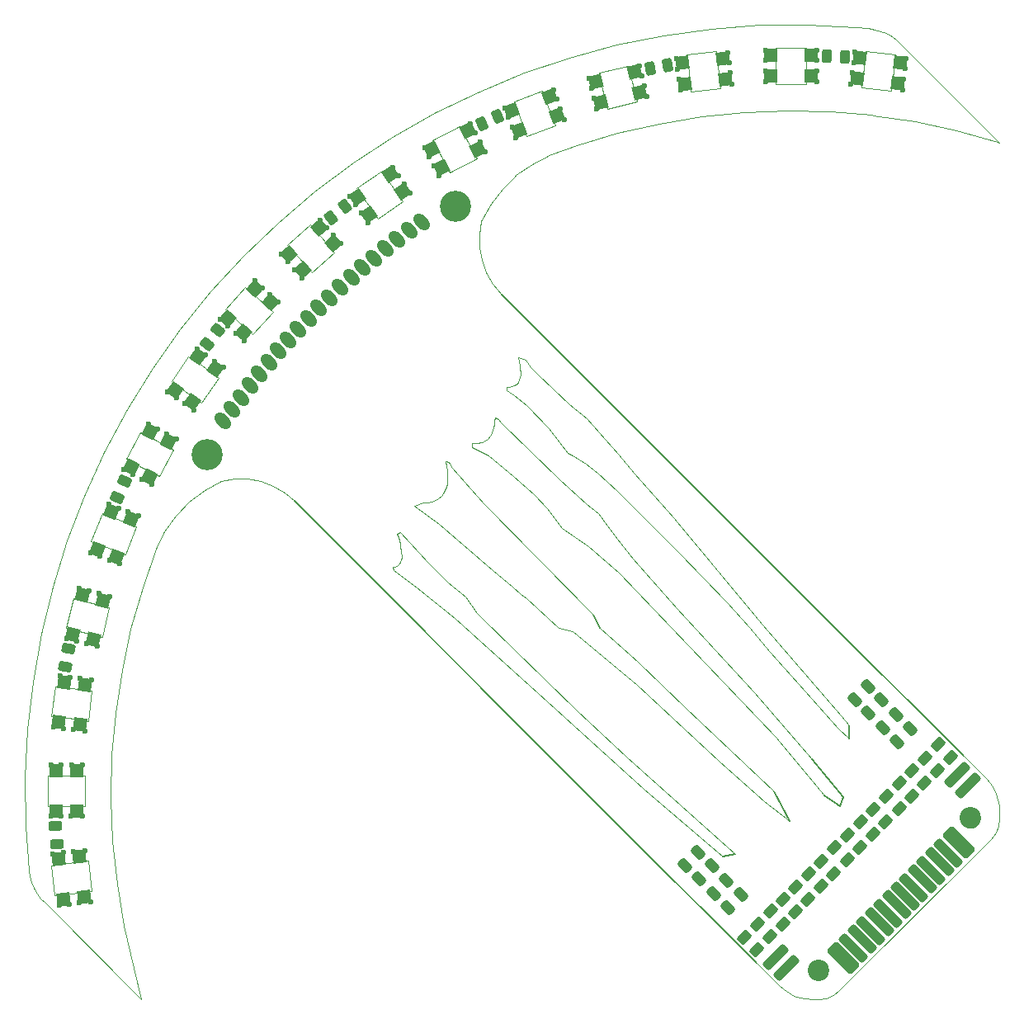
<source format=gts>
G04 #@! TF.GenerationSoftware,KiCad,Pcbnew,7.0.1*
G04 #@! TF.CreationDate,2023-04-30T23:13:50+02:00*
G04 #@! TF.ProjectId,Solo_morro2,536f6c6f-5f6d-46f7-9272-6f322e6b6963,rev?*
G04 #@! TF.SameCoordinates,PX4afdbbcPY7f05f82*
G04 #@! TF.FileFunction,Soldermask,Top*
G04 #@! TF.FilePolarity,Negative*
%FSLAX46Y46*%
G04 Gerber Fmt 4.6, Leading zero omitted, Abs format (unit mm)*
G04 Created by KiCad (PCBNEW 7.0.1) date 2023-04-30 23:13:50*
%MOMM*%
%LPD*%
G01*
G04 APERTURE LIST*
G04 Aperture macros list*
%AMRoundRect*
0 Rectangle with rounded corners*
0 $1 Rounding radius*
0 $2 $3 $4 $5 $6 $7 $8 $9 X,Y pos of 4 corners*
0 Add a 4 corners polygon primitive as box body*
4,1,4,$2,$3,$4,$5,$6,$7,$8,$9,$2,$3,0*
0 Add four circle primitives for the rounded corners*
1,1,$1+$1,$2,$3*
1,1,$1+$1,$4,$5*
1,1,$1+$1,$6,$7*
1,1,$1+$1,$8,$9*
0 Add four rect primitives between the rounded corners*
20,1,$1+$1,$2,$3,$4,$5,0*
20,1,$1+$1,$4,$5,$6,$7,0*
20,1,$1+$1,$6,$7,$8,$9,0*
20,1,$1+$1,$8,$9,$2,$3,0*%
%AMHorizOval*
0 Thick line with rounded ends*
0 $1 width*
0 $2 $3 position (X,Y) of the first rounded end (center of the circle)*
0 $4 $5 position (X,Y) of the second rounded end (center of the circle)*
0 Add line between two ends*
20,1,$1,$2,$3,$4,$5,0*
0 Add two circle primitives to create the rounded ends*
1,1,$1,$2,$3*
1,1,$1,$4,$5*%
%AMRotRect*
0 Rectangle, with rotation*
0 The origin of the aperture is its center*
0 $1 length*
0 $2 width*
0 $3 Rotation angle, in degrees counterclockwise*
0 Add horizontal line*
21,1,$1,$2,0,0,$3*%
G04 Aperture macros list end*
%ADD10RotRect,1.344920X1.350000X262.700000*%
%ADD11C,0.600000*%
%ADD12RotRect,1.355080X1.350000X262.700000*%
%ADD13RotRect,1.344920X1.350000X255.800000*%
%ADD14RotRect,1.355080X1.350000X255.800000*%
%ADD15RotRect,1.344920X1.350000X248.900000*%
%ADD16RotRect,1.355080X1.350000X248.900000*%
%ADD17RotRect,1.344920X1.350000X242.000000*%
%ADD18RotRect,1.355080X1.350000X242.000000*%
%ADD19RotRect,1.344920X1.350000X235.100000*%
%ADD20RotRect,1.355080X1.350000X235.100000*%
%ADD21RotRect,1.344920X1.350000X228.200000*%
%ADD22RotRect,1.355080X1.350000X228.200000*%
%ADD23RotRect,1.344920X1.350000X221.300000*%
%ADD24RotRect,1.355080X1.350000X221.300000*%
%ADD25RotRect,1.344920X1.350000X214.400000*%
%ADD26RotRect,1.355080X1.350000X214.400000*%
%ADD27RotRect,1.344920X1.350000X207.500000*%
%ADD28RotRect,1.355080X1.350000X207.500000*%
%ADD29RotRect,1.344920X1.350000X200.600000*%
%ADD30RotRect,1.355080X1.350000X200.600000*%
%ADD31RotRect,1.344920X1.350000X193.700000*%
%ADD32RotRect,1.355080X1.350000X193.700000*%
%ADD33RotRect,1.344920X1.350000X186.800000*%
%ADD34RotRect,1.355080X1.350000X186.800000*%
%ADD35RotRect,1.344920X1.350000X276.500000*%
%ADD36RotRect,1.355080X1.350000X276.500000*%
%ADD37RotRect,1.344920X1.350000X269.600000*%
%ADD38RotRect,1.355080X1.350000X269.600000*%
%ADD39RotRect,1.344920X1.350000X179.900000*%
%ADD40RotRect,1.355080X1.350000X179.900000*%
%ADD41RotRect,1.344920X1.350000X173.000000*%
%ADD42RotRect,1.355080X1.350000X173.000000*%
%ADD43RoundRect,0.250000X0.159099X-0.512652X0.512652X-0.159099X-0.159099X0.512652X-0.512652X0.159099X0*%
%ADD44RoundRect,0.250000X-0.159099X0.512652X-0.512652X0.159099X0.159099X-0.512652X0.512652X-0.159099X0*%
%ADD45RoundRect,0.250000X-0.503814X-0.132583X-0.132583X-0.503814X0.503814X0.132583X0.132583X0.503814X0*%
%ADD46RoundRect,0.250000X0.397581X-0.336654X0.488746X0.180370X-0.397581X0.336654X-0.488746X-0.180370X0*%
%ADD47RoundRect,0.250000X0.311660X-0.417462X0.516794X0.065804X-0.311660X0.417462X-0.516794X-0.065804X0*%
%ADD48RoundRect,0.250000X0.192994X-0.483900X0.516216X-0.070195X-0.192994X0.483900X-0.516216X0.070195X0*%
%ADD49RoundRect,0.250000X0.070195X-0.516216X0.483900X-0.192994X-0.070195X0.516216X-0.483900X0.192994X0*%
%ADD50RoundRect,0.250000X-0.047728X-0.518776X0.428084X-0.296901X0.047728X0.518776X-0.428084X0.296901X0*%
%ADD51RoundRect,0.250000X-0.180370X-0.488746X0.336654X-0.397581X0.180370X0.488746X-0.336654X0.397581X0*%
%ADD52RoundRect,0.250000X0.471166X-0.222281X0.425409X0.300721X-0.471166X0.222281X-0.425409X-0.300721X0*%
%ADD53RoundRect,0.250000X-0.300721X-0.425409X0.222281X-0.471166X0.300721X0.425409X-0.222281X0.471166X0*%
%ADD54HorizOval,1.200000X0.282843X-0.282843X-0.282843X0.282843X0*%
%ADD55C,3.200000*%
%ADD56C,2.200000*%
%ADD57RoundRect,0.150000X1.202082X0.707107X0.707107X1.202082X-1.202082X-0.707107X-0.707107X-1.202082X0*%
%ADD58RoundRect,0.300000X-0.707107X1.343503X-1.343503X0.707107X0.707107X-1.343503X1.343503X-0.707107X0*%
%ADD59RoundRect,0.150000X0.883883X-1.378858X1.378858X-0.883883X-0.883883X1.378858X-1.378858X0.883883X0*%
G04 #@! TA.AperFunction,Profile*
%ADD60C,0.100000*%
G04 #@! TD*
G04 #@! TA.AperFunction,Profile*
%ADD61C,0.200000*%
G04 #@! TD*
G04 APERTURE END LIST*
D10*
X3536507Y28908083D03*
D11*
X4003129Y28277218D03*
X2961640Y28410636D03*
X4676571Y33534259D03*
X3635082Y33667677D03*
D12*
X4063825Y33024445D03*
D11*
X6858739Y33254717D03*
X5718060Y33400841D03*
D12*
X6196398Y32751256D03*
D10*
X5669080Y28634894D03*
D11*
X6185297Y27997676D03*
X5044618Y28143800D03*
D13*
X4950797Y37901897D03*
D11*
X5338249Y37219543D03*
X4320331Y37477116D03*
X6638378Y42357603D03*
X5620460Y42615176D03*
D14*
X5968822Y41925095D03*
D11*
X8771158Y41817927D03*
X7656295Y42100031D03*
D14*
X8053130Y41397684D03*
D13*
X7035104Y37374486D03*
D11*
X7471028Y36679867D03*
X6356166Y36961970D03*
D15*
X7444901Y46656406D03*
D11*
X7747571Y45932447D03*
X6767970Y46310444D03*
X9655554Y50877101D03*
X8675953Y51255097D03*
D16*
X8938888Y50528163D03*
D11*
X11708052Y50085108D03*
X10635155Y50499104D03*
D16*
X10944738Y49754170D03*
D15*
X9450751Y45882413D03*
D11*
X9800069Y45140454D03*
X8727172Y45554450D03*
D17*
X10947219Y55064899D03*
D11*
X11160723Y54309821D03*
X10233628Y54802766D03*
X13648922Y58989443D03*
X12721827Y59482389D03*
D18*
X12895526Y58729131D03*
D11*
X15591407Y57956606D03*
X14576017Y58496498D03*
D18*
X14793863Y57719767D03*
D17*
X12845556Y54055535D03*
D11*
X13103207Y53276984D03*
X12087818Y53816876D03*
D19*
X15451153Y62989198D03*
D11*
X15572398Y62213940D03*
X14711238Y62814693D03*
X18604771Y66560745D03*
X17743612Y67161498D03*
D20*
X17825559Y66392828D03*
D11*
X20409105Y65302024D03*
X19465931Y65959991D03*
D20*
X19588885Y65162715D03*
D19*
X17214480Y61759084D03*
D11*
X17376732Y60955219D03*
X16433557Y61613187D03*
D21*
X20865501Y70318951D03*
D11*
X20892730Y69534742D03*
X20109980Y70234601D03*
X24425352Y73485764D03*
X23642602Y74185624D03*
D22*
X23631610Y73412677D03*
D11*
X26065399Y72019393D03*
X25208102Y72785905D03*
D22*
X25234384Y71979632D03*
D21*
X22468274Y68885906D03*
D11*
X22532777Y68068370D03*
X21675480Y68834883D03*
D23*
X27129020Y76930805D03*
D11*
X27061839Y76149004D03*
X26368838Y76937832D03*
X31043539Y79647013D03*
X30350538Y80435841D03*
D24*
X30246766Y79669812D03*
D11*
X32495543Y77994232D03*
X31736541Y78858186D03*
D24*
X31665769Y78054594D03*
D23*
X28548023Y75315588D03*
D11*
X28513843Y74496223D03*
X27754841Y75360177D03*
D25*
X34145136Y82758183D03*
D11*
X33984519Y81990116D03*
X33391304Y82856485D03*
X38357620Y84984441D03*
X37764405Y85850810D03*
D26*
X37569357Y85102796D03*
D11*
X39600548Y83169191D03*
X38950836Y84118071D03*
D26*
X38784036Y83328802D03*
D25*
X35359815Y80984189D03*
D11*
X35227446Y80174866D03*
X34577734Y81123746D03*
D27*
X41808960Y87698873D03*
D11*
X41557233Y86955664D03*
X41072397Y87887025D03*
X46258391Y89402931D03*
X45773555Y90334293D03*
D28*
X45490055Y89615129D03*
D11*
X47274238Y87451507D03*
X46743227Y88471570D03*
D28*
X46482814Y87708056D03*
D27*
X42801719Y85791799D03*
D11*
X42573080Y85004240D03*
X42042069Y86024302D03*
D29*
X50012175Y91673230D03*
D11*
X49672985Y90965645D03*
X49303551Y91948508D03*
X54634101Y92830406D03*
X54264667Y93813269D03*
D30*
X53896822Y93133373D03*
D11*
X55408152Y90771075D03*
X55003534Y91847544D03*
D30*
X54653282Y91120845D03*
D29*
X50768635Y89660702D03*
D11*
X50447037Y88906314D03*
X50042419Y89982783D03*
D31*
X58605306Y94621737D03*
D11*
X58183565Y93960027D03*
X57934885Y94980153D03*
X63332775Y95215269D03*
X63084095Y96235395D03*
D32*
X62637235Y95604616D03*
D11*
X63853819Y93077861D03*
X63581456Y94195142D03*
D32*
X63146437Y93515785D03*
D31*
X59114508Y92532907D03*
D11*
X58704609Y91822619D03*
X58432245Y92939900D03*
D33*
X67540774Y96541312D03*
D11*
X67042592Y95935061D03*
X66918268Y96977674D03*
X72305309Y96562602D03*
X72180985Y97605215D03*
D34*
X71661581Y97032688D03*
D11*
X72565798Y94378077D03*
X72429633Y95519988D03*
D34*
X71916149Y94897813D03*
D33*
X67795343Y94406436D03*
D11*
X67303081Y93750536D03*
X67166916Y94892447D03*
D35*
X3991613Y10743244D03*
D11*
X4595248Y10241894D03*
X3551997Y10123031D03*
X3995271Y15507825D03*
X2952020Y15388962D03*
D36*
X3521820Y14866567D03*
D11*
X6181129Y15756872D03*
X5038521Y15626689D03*
D36*
X5657999Y15109954D03*
D35*
X6127793Y10986631D03*
D11*
X6781106Y10490941D03*
X5638498Y10360758D03*
D37*
X3218416Y19821334D03*
D11*
X3757448Y19251097D03*
X2707474Y19258427D03*
X3794449Y24550967D03*
X2744475Y24558298D03*
D38*
X3247388Y23971232D03*
D11*
X5994395Y24535609D03*
X4844423Y24543637D03*
D38*
X5397336Y23956223D03*
D37*
X5368364Y19806324D03*
D11*
X5957395Y19235738D03*
X4807423Y19243766D03*
D39*
X76609931Y97347531D03*
D11*
X76042525Y96805520D03*
X76044357Y97855519D03*
X81342516Y96796270D03*
X81344349Y97846268D03*
D40*
X80759925Y97340288D03*
D11*
X81338677Y94596273D03*
X81340684Y95746271D03*
D40*
X80756173Y95190291D03*
D39*
X76606179Y95197534D03*
D11*
X76038685Y94605523D03*
X76040692Y95755522D03*
D41*
X85713135Y97065953D03*
D11*
X85084723Y96596034D03*
X85212685Y97638208D03*
X90345217Y95950127D03*
X90473180Y96992300D03*
D42*
X89832202Y96560195D03*
D11*
X90077105Y93766525D03*
X90217254Y94907953D03*
D42*
X89570183Y94426221D03*
D41*
X85451116Y94931978D03*
D11*
X84816610Y94412433D03*
X84956760Y95553861D03*
D43*
X86604075Y29826169D03*
X87947577Y31169671D03*
D44*
X70545959Y14182422D03*
X69202457Y12838920D03*
D43*
X88076837Y28353407D03*
X89420339Y29696909D03*
D44*
X72033996Y12687882D03*
X70690494Y11344380D03*
D43*
X89495717Y26898606D03*
X90839219Y28242108D03*
D44*
X73524720Y11197158D03*
X72181218Y9853656D03*
D43*
X85192122Y31215209D03*
X86535624Y32558711D03*
D44*
X69127929Y15575281D03*
X67784427Y14231779D03*
D45*
X76588543Y9513042D03*
X77879013Y8222572D03*
X77827819Y10752318D03*
X79118289Y9461848D03*
X79103013Y11991593D03*
X80393483Y10701123D03*
X80456697Y13379502D03*
X81747167Y12089032D03*
X81731897Y14654699D03*
X83022367Y13364229D03*
X83130836Y16039780D03*
X84421306Y14749310D03*
X84406032Y17314976D03*
X85696502Y16024506D03*
X85781213Y18661589D03*
X87071683Y17371119D03*
X87074370Y19954747D03*
X88364840Y18664277D03*
X88448701Y21324271D03*
X89739171Y20033801D03*
X89741860Y22617428D03*
X91032330Y21326958D03*
X91035017Y23910584D03*
X92325487Y22620114D03*
D46*
X4196939Y34634167D03*
X4513847Y36431441D03*
D47*
X9530407Y51962088D03*
X10243491Y53642010D03*
D48*
X18737597Y67683178D03*
X19861179Y69121298D03*
D49*
X31466498Y80677689D03*
X32904618Y81801271D03*
D50*
X46902175Y90301070D03*
X48556187Y91072348D03*
D51*
X64196521Y95960815D03*
X65993795Y96277723D03*
D45*
X73866323Y6843714D03*
X75156793Y5553244D03*
X75218029Y8187782D03*
X76508499Y6897312D03*
X92399592Y25233583D03*
X93690062Y23943113D03*
X93724849Y26602116D03*
X95015319Y25311646D03*
D52*
X3361111Y16418463D03*
X3202051Y18236519D03*
D53*
X82336996Y97283500D03*
X84155052Y97124440D03*
D54*
X40715757Y80258073D03*
X39464178Y79360047D03*
X38247955Y78426666D03*
X37031731Y77493285D03*
X35850863Y76524549D03*
X34669994Y75555813D03*
X33524481Y74551721D03*
X32414324Y73512274D03*
X31304166Y72472827D03*
X30194008Y71433380D03*
X29119206Y70358578D03*
X28079759Y69248420D03*
X27040312Y68138263D03*
X26036221Y66992750D03*
X25067484Y65811881D03*
X24098748Y64631013D03*
X23130012Y63450145D03*
X22196631Y62233921D03*
X21263250Y61017697D03*
X20329869Y59801474D03*
D55*
X44200009Y81803326D03*
D56*
X81482216Y3473574D03*
X97073921Y19065277D03*
D55*
X18744166Y56347482D03*
D57*
X77078214Y4762628D03*
X78138875Y3701968D03*
D58*
X84047317Y4690644D03*
D59*
X85068521Y5752577D03*
X85952404Y6636461D03*
X86836288Y7520344D03*
X87720171Y8404228D03*
X88604055Y9288111D03*
X89487938Y10171995D03*
X90371822Y11055878D03*
X91255705Y11939762D03*
X92139589Y12823645D03*
X93023472Y13707529D03*
X93907356Y14591412D03*
X94791239Y15475296D03*
D58*
X95906912Y16561553D03*
D57*
X96786695Y22431812D03*
X95726034Y23492472D03*
D60*
X97758414Y18350914D02*
X97551308Y18191996D01*
X30422110Y78668178D02*
X29304462Y79936502D01*
D61*
X60749845Y18534947D02*
X75117576Y4196264D01*
X27720899Y51595295D02*
X60749845Y18534947D01*
D60*
X41417943Y45276012D02*
X43492351Y43254007D01*
X100050041Y19056481D02*
X100050379Y19714942D01*
X51252725Y95525482D02*
X46672117Y93648021D01*
X47829615Y82074179D02*
X46893318Y80329468D01*
X47411009Y57886587D02*
X47227367Y57761166D01*
X25509781Y53149430D02*
X24237279Y53619032D01*
X8706764Y40692669D02*
X6667008Y41204775D01*
X88939324Y93652634D02*
X89193491Y95740277D01*
X1728801Y37974337D02*
X859584Y33100804D01*
X45415761Y88576346D02*
X44633125Y90074765D01*
X46670922Y78991436D02*
X46893318Y80329468D01*
X47725352Y58212862D02*
X47577005Y58037152D01*
X97917334Y19558020D02*
X98017232Y19316838D01*
X48202366Y59468575D02*
X48142259Y59167143D01*
X51421012Y66111151D02*
X50652440Y66329393D01*
X42757123Y52121801D02*
X42491750Y51887012D01*
X66935797Y40582911D02*
X74903750Y31999782D01*
D61*
X82102097Y21421466D02*
X83707231Y20283024D01*
D60*
X83735515Y29630974D02*
X75686297Y38903495D01*
X75686297Y38903495D02*
X66580710Y49884402D01*
X48269632Y60146871D02*
X48244825Y59795153D01*
X98051306Y19058020D02*
X98017232Y18799202D01*
X81505286Y2489791D02*
X81763276Y2529664D01*
X53754719Y59056715D02*
X55776442Y56498706D01*
X46541Y23238267D02*
X105928Y18288183D01*
X46570549Y57535769D02*
X46316312Y57510923D01*
X50200031Y92592488D02*
X50804187Y90991480D01*
D61*
X71686414Y15149430D02*
X72932529Y15394757D01*
D60*
X9337441Y29886531D02*
X8961047Y25506710D01*
X36257770Y80582441D02*
X38810755Y82340932D01*
X96185282Y18558021D02*
X96085383Y18799202D01*
X89193491Y95740277D02*
X89397800Y97418384D01*
X39982318Y51116818D02*
X40897649Y51418061D01*
X59335720Y93858378D02*
X59831572Y91835123D01*
X56643520Y88072054D02*
X53835984Y87054811D01*
X86572773Y100098881D02*
X87207055Y99998518D01*
X11206997Y3729066D02*
X11958914Y494865D01*
X50928671Y42020314D02*
X51482877Y41651739D01*
X53673110Y86973965D02*
X52062388Y86174457D01*
X15613799Y50210515D02*
X16883925Y51521684D01*
X83605082Y1370142D02*
X99170643Y16936508D01*
X69989358Y16549499D02*
X63512261Y22107357D01*
X43143114Y52709052D02*
X42973530Y52396928D01*
X38664838Y46293440D02*
X38689605Y46028415D01*
X9486883Y12346663D02*
X10211530Y8010836D01*
X38591723Y46873897D02*
X38609389Y46576337D01*
X77120350Y98137987D02*
X80220352Y98139317D01*
X8445568Y46835469D02*
X10390370Y46089024D01*
X97551308Y18191996D02*
X97310127Y18092095D01*
X98017232Y18799202D02*
X97917333Y18558021D01*
X37909248Y89049883D02*
X33761576Y86347352D01*
X96792489Y18092095D02*
X96551308Y18191995D01*
X6524747Y14663975D02*
X4435705Y14421582D01*
X1304661Y11333690D02*
X1679885Y10815346D01*
X82002155Y2634951D02*
X82205645Y2798476D01*
X38810755Y82340932D02*
X37620098Y84074483D01*
X8860406Y21111898D02*
X9035914Y16719436D01*
X74361666Y38642347D02*
X76473107Y36096053D01*
X57852057Y46980927D02*
X55170747Y48835504D01*
X81719931Y4461028D02*
X81460413Y4489289D01*
X46907539Y39555137D02*
X56662034Y30069955D01*
X15506242Y50099483D02*
X15613799Y50210515D01*
X56222701Y38214011D02*
X62857496Y32730857D01*
X50804187Y90991480D02*
X51539653Y89042500D01*
X11958914Y494865D02*
X2111159Y10342617D01*
X62841484Y92577047D02*
X62340887Y94619660D01*
X47638401Y56272277D02*
X50145634Y54176095D01*
X43583519Y55554258D02*
X43199560Y55649190D01*
X54863850Y53822104D02*
X48883408Y59655276D01*
X85861547Y94023179D02*
X88939324Y93652634D01*
X50754875Y65909414D02*
X50828871Y65520765D01*
X80483099Y3467102D02*
X80522974Y3209113D01*
X44110413Y39630841D02*
X40283668Y42746848D01*
X7955913Y37684971D02*
X8706764Y40692669D01*
X52611281Y64617304D02*
X55918125Y61543884D01*
X77119227Y96426783D02*
X77117864Y94343652D01*
X82984228Y893083D02*
X83605082Y1370142D01*
X10529120Y61004821D02*
X8196439Y56638420D01*
X26980858Y77884463D02*
X29304462Y79936502D01*
X87011799Y91203964D02*
X82631980Y91580358D01*
X47969100Y58639715D02*
X47856051Y58413716D01*
X41886912Y88636600D02*
X42679137Y87119827D01*
X96085382Y19316840D02*
X96185283Y19558020D01*
X51472295Y61415346D02*
X50265833Y62430837D01*
X4482574Y29309927D02*
X6549325Y29049220D01*
X12100897Y42763900D02*
X10910473Y38532187D01*
X9533912Y49738239D02*
X7955672Y50343992D01*
X77411035Y1902691D02*
X75117576Y4196264D01*
D61*
X59015061Y38540520D02*
X58378665Y39912308D01*
D60*
X46672117Y93648021D02*
X42218431Y91486643D01*
X38579780Y45365426D02*
X38481778Y45196746D01*
X100046541Y88385362D02*
X99889171Y88440509D01*
X38545444Y47190768D02*
X38591723Y46873897D01*
X50297466Y84888687D02*
X49023056Y83654166D01*
X6142529Y52134165D02*
X4375499Y47509832D01*
X58887783Y50320920D02*
X57714148Y51284104D01*
X47227367Y57761166D02*
X47026074Y57660889D01*
X67882120Y30388569D02*
X62915159Y35119444D01*
X38193645Y44952775D02*
X38003503Y44882459D01*
X24237279Y53619032D02*
X22902996Y53862913D01*
X4846665Y32388568D02*
X3169460Y32600137D01*
X42573107Y49218907D02*
X48009777Y44461179D01*
X59830812Y49091235D02*
X60817932Y47720943D01*
X100046541Y88385362D02*
X89974081Y98457822D01*
X15071778Y63885437D02*
X16838476Y66432747D01*
X21881557Y70105578D02*
X23436670Y68719559D01*
X46681828Y77635094D02*
X46670922Y78991436D01*
X52703561Y31845957D02*
X63512261Y22107357D01*
X38528705Y48400592D02*
X38229060Y48234152D01*
X89500783Y98891843D02*
X89974081Y98457822D01*
X50772338Y64047458D02*
X50675723Y63846785D01*
X50215271Y63432746D02*
X50004912Y63357393D01*
X74361666Y38642347D02*
X72070783Y41165222D01*
X15992909Y69255741D02*
X13131366Y65216134D01*
X82261059Y592971D02*
X82984228Y893083D01*
X43392415Y53833996D02*
X43350413Y53430928D01*
X4275788Y38608913D02*
X5935486Y38192227D01*
X82337440Y4008845D02*
X82173912Y4212333D01*
X50550674Y63677442D02*
X50397188Y63539432D01*
X65136105Y90329876D02*
X60854336Y89334411D01*
X66935797Y40582911D02*
X62422639Y45725790D01*
X57618487Y55416419D02*
X56288393Y56300994D01*
X42218431Y91486643D02*
X37909248Y89049883D01*
X6191010Y20307006D02*
X6202317Y23406989D01*
X70476866Y100065391D02*
X65573258Y99386066D01*
X81002405Y2612513D02*
X81245765Y2518050D01*
X4375499Y47509832D02*
X2902316Y42783672D01*
X100009460Y20345143D02*
X100050379Y19714942D01*
X82454337Y3252458D02*
X82482598Y3511976D01*
X52288641Y52251234D02*
X53655757Y50842379D01*
X14363633Y48482351D02*
X15506242Y50099483D01*
X77885869Y1486322D02*
X78411023Y1135552D01*
X51421012Y66111151D02*
X51919071Y65341309D01*
X38353068Y45058366D02*
X38193645Y44952775D01*
X60801314Y52657262D02*
X58769149Y54508416D01*
X13817391Y54139503D02*
X15264391Y56881074D01*
X48244825Y59795153D02*
X48202366Y59468575D01*
X14363633Y48482351D02*
X13483281Y46708754D01*
X35078395Y82299566D02*
X36257770Y80582441D01*
X86320117Y97789702D02*
X89397800Y97418384D01*
X37620098Y84074483D02*
X36663018Y85467960D01*
X38469966Y47524642D02*
X38545444Y47190768D01*
X67945422Y97377878D02*
X71022787Y97751839D01*
X80791787Y2766745D02*
X81002405Y2612513D01*
X23926185Y72435829D02*
X22664185Y73560610D01*
X50874437Y65163444D02*
X50891566Y64837453D01*
X78237165Y91681002D02*
X73844706Y91505491D01*
X78538280Y18734460D02*
X75865415Y20827496D01*
X81245765Y2518050D02*
X81505286Y2489791D01*
X42491750Y51887012D02*
X42175264Y51695903D01*
X105928Y18288183D02*
X448091Y13724068D01*
X82173912Y4212333D02*
X81963294Y4366566D01*
X53655757Y50842379D02*
X55170747Y48835504D01*
X8196439Y56638420D02*
X6142529Y52134165D01*
X97310127Y20023946D02*
X97551308Y19924046D01*
X50445256Y85031849D02*
X50297466Y84888687D01*
X47856051Y58413716D02*
X47725352Y58212862D01*
X42973530Y52396928D02*
X42757123Y52121801D01*
X2396721Y20325916D02*
X4107905Y20317387D01*
X99053869Y22654324D02*
X99404639Y22129170D01*
X85307580Y100243314D02*
X80363537Y100494866D01*
X59830812Y49091235D02*
X58887783Y50320920D01*
X97551308Y19924046D02*
X97758415Y19765127D01*
X13131366Y65216134D02*
X10529120Y61004821D01*
X10464138Y55915075D02*
X11976419Y55114310D01*
X38003503Y44882459D02*
X37782637Y44849901D01*
X80963543Y4344129D02*
X80760054Y4180603D01*
X69471933Y91054523D02*
X65136105Y90329876D01*
X3117110Y11147787D02*
X4816911Y11345015D01*
X26682624Y52468092D02*
X25509781Y53149430D01*
X57852057Y46980927D02*
X61034882Y44221776D01*
X8961047Y25506710D02*
X8860406Y21111898D01*
X49766122Y63313367D02*
X49498894Y63300674D01*
X47395310Y75028311D02*
X46925708Y76300812D01*
X34109590Y83710111D02*
X35078395Y82299566D01*
X44110413Y39630841D02*
X52703561Y31845957D01*
X4275788Y38608913D02*
X5027394Y41616419D01*
X26980858Y77884463D02*
X28112197Y76600601D01*
X25496181Y71036547D02*
X23926185Y72435829D01*
X15071778Y63885437D02*
X16476838Y62908694D01*
X77117864Y94343652D02*
X80217866Y94345761D01*
D61*
X84633537Y28577385D02*
X84612325Y27198528D01*
D60*
X43268027Y53054833D02*
X43143114Y52709052D01*
X73844706Y91505491D02*
X69471933Y91054523D01*
X97917333Y18558021D02*
X97758414Y18350914D01*
X81484853Y490255D02*
X80825250Y489813D01*
X18463913Y52715125D02*
X20208626Y53651421D01*
X38689605Y46028415D02*
X38683687Y45783748D01*
X86572773Y100098881D02*
X85307580Y100243314D01*
X56288393Y56300994D02*
X55776442Y56498706D01*
X2784820Y29524089D02*
X3169460Y32600137D01*
X87091439Y91192045D02*
X87011799Y91203964D01*
X75865415Y20827496D02*
X71219724Y24949927D01*
X990278Y11891036D02*
X1304661Y11333690D01*
X97051305Y20058021D02*
X97310127Y20023946D01*
X4107905Y20317387D02*
X6191010Y20307006D01*
X22902996Y53862913D02*
X21546656Y53873818D01*
X43363870Y54707692D02*
X43396187Y54260698D01*
X22447726Y76756809D02*
X19102453Y73107700D01*
X50397188Y63539432D02*
X50215271Y63432746D01*
X50840515Y64279458D02*
X50772338Y64047458D01*
X4099283Y23417469D02*
X2408809Y23425894D01*
X11976419Y55114310D02*
X13817391Y54139503D01*
X52288641Y52251234D02*
X50145634Y54176095D01*
X2396721Y20325916D02*
X2408809Y23425894D01*
X80628261Y2970234D02*
X80791787Y2766745D01*
X72932529Y15394757D02*
X61718711Y25350794D01*
X81202423Y4449416D02*
X80963543Y4344129D01*
X13405805Y57865208D02*
X11911822Y58656283D01*
X60854336Y89334411D02*
X56643520Y88072054D01*
X45953834Y57151456D02*
X45899665Y57523948D01*
X54828990Y38597090D02*
X51482877Y41651739D01*
X10910473Y38532187D02*
X9988108Y34234075D01*
X68399059Y93610757D02*
X71401051Y93976322D01*
X50200031Y92592488D02*
X53099210Y93690110D01*
X448091Y13724068D02*
X559245Y13093896D01*
X31812515Y77090319D02*
X30422110Y78668178D01*
D61*
X96343984Y25422671D02*
X82012547Y39755221D01*
D60*
X6202317Y23406989D02*
X4099283Y23417469D01*
X26015531Y80188664D02*
X22447726Y76756809D01*
X5935486Y38192227D02*
X7955913Y37684971D01*
D61*
X76911933Y21803302D02*
X78538280Y18734460D01*
D60*
X71219724Y24949927D02*
X62857496Y32730857D01*
X50828871Y65520765D02*
X50874437Y65163444D01*
X62595415Y54390706D02*
X66580710Y49884402D01*
X55942184Y97111623D02*
X51252725Y95525482D01*
X50265833Y62430837D02*
X49489202Y62932199D01*
X77120350Y98137987D02*
X77119227Y96426783D01*
X58378665Y39912308D02*
X47127305Y51400940D01*
X96792487Y20023947D02*
X97051305Y20058021D01*
X41380360Y51458086D02*
X40897649Y51418061D01*
X80760054Y4180603D02*
X80605825Y3969983D01*
X99404639Y22129170D02*
X99683801Y21562691D01*
X43199560Y55649190D02*
X43297611Y55171637D01*
X99886565Y20964599D02*
X100009460Y20345143D01*
X56222701Y38214011D02*
X54828990Y38597090D01*
X46400807Y40106278D02*
X46907539Y39555137D01*
X10464138Y55915075D02*
X11911822Y58656283D01*
X80605825Y3969983D02*
X80511359Y3726622D01*
X69989358Y16549499D02*
X71686414Y15149430D01*
X80219241Y96448822D02*
X80220352Y98139317D01*
X41805515Y51551813D02*
X41380360Y51458086D01*
X57665233Y60096454D02*
X55918125Y61543884D01*
X38683687Y45783748D02*
X38647078Y45561923D01*
X98637501Y23129154D02*
X99053869Y22654324D01*
X68150007Y95678946D02*
X68399059Y93610757D01*
X49023056Y83654166D02*
X47829615Y82074179D01*
X99647514Y17557321D02*
X99947462Y18280404D01*
X50928671Y42020314D02*
X50089414Y42792598D01*
X83473885Y28280400D02*
X84612325Y27198528D01*
X99170643Y16936508D02*
X99647514Y17557321D01*
X65573258Y99386066D02*
X60721984Y98400178D01*
X87825274Y99824774D02*
X88418979Y99580028D01*
X96551308Y19924046D02*
X96792487Y20023947D01*
X62422639Y45725790D02*
X60817932Y47720943D01*
X91359345Y90553298D02*
X87091439Y91192045D01*
X50089414Y42792598D02*
X48009777Y44461179D01*
X78977501Y856391D02*
X79575594Y653626D01*
X4816911Y11345015D02*
X6886156Y11585110D01*
X59015061Y38540520D02*
X62915159Y35119444D01*
X67198770Y46261236D02*
X72070783Y41165222D01*
X38229060Y48234152D02*
X38364699Y47873206D01*
X50880259Y64542793D02*
X50840515Y64279458D01*
X88980041Y99267624D02*
X89500783Y98891843D01*
D61*
X84018357Y21244689D02*
X80772736Y25084278D01*
D60*
X19953343Y64267410D02*
X18226532Y65467821D01*
X28112197Y76600601D02*
X29489425Y75037696D01*
X43643550Y85273386D02*
X46389404Y86712241D01*
X3117110Y11147787D02*
X2756472Y14226740D01*
X6667008Y41204775D02*
X5027394Y41616419D01*
X83473885Y28280400D02*
X80152223Y32078895D01*
X53835984Y87054811D02*
X53673110Y86973965D01*
X71401051Y93976322D02*
X71022787Y97751839D01*
X80195046Y530732D02*
X80825250Y489813D01*
X76911933Y21803302D02*
X67882120Y30388569D01*
X50004912Y63357393D02*
X49766122Y63313367D01*
X62340887Y94619660D02*
X61938494Y96261565D01*
X80217866Y94345761D02*
X80219241Y96448822D01*
X26682624Y52468092D02*
X27720899Y51595295D01*
X49489202Y62932199D02*
X49498894Y63300674D01*
X38647078Y45561923D02*
X38579780Y45365426D01*
X2902316Y42783672D02*
X1728801Y37974337D01*
X50891566Y64837453D02*
X50880259Y64542793D01*
X81484853Y490255D02*
X82261059Y592971D01*
X61718711Y25350794D02*
X56662034Y30069955D01*
X88418979Y99580028D02*
X88980041Y99267624D01*
X77411035Y1902691D02*
X77885869Y1486322D01*
X99947462Y18280404D02*
X100050041Y19056481D01*
X60721984Y98400178D02*
X55942184Y97111623D01*
X21546656Y53873818D02*
X20208626Y53651421D01*
X96344201Y19765126D02*
X96551308Y19924046D01*
X6549325Y29049220D02*
X6933191Y32125364D01*
X559245Y13093896D02*
X740743Y12480278D01*
X48639759Y60004103D02*
X48883408Y59655276D01*
X34109590Y83710111D02*
X36663018Y85467960D01*
X43903821Y55036720D02*
X43583519Y55554258D01*
X97758415Y19765127D02*
X97917334Y19558020D01*
X38481778Y45196746D02*
X38353068Y45058366D01*
X87207055Y99998518D02*
X87825274Y99824774D01*
X47026074Y57660889D02*
X46807137Y57585756D01*
X80772736Y25084278D02*
X74903750Y31999782D01*
X16476838Y62908694D02*
X18187284Y61719658D01*
X1679885Y10815346D02*
X2111159Y10342617D01*
X11497322Y48984655D02*
X9533912Y49738239D01*
X41417943Y45276012D02*
X38528705Y48400592D01*
X76473107Y36096053D02*
X80152223Y32078895D01*
X15264391Y56881074D02*
X13405805Y57865208D01*
X96085383Y18799202D02*
X96051306Y19058022D01*
X48142259Y59167143D02*
X48064506Y58890857D01*
X740743Y12480278D02*
X990278Y11891036D01*
X61034882Y44221776D02*
X77039197Y27439420D01*
X43396187Y54260698D02*
X43392415Y53833996D01*
X6847993Y47448640D02*
X8445568Y46835469D01*
X58928397Y95520400D02*
X61938494Y96261565D01*
X10390370Y46089024D02*
X11497322Y48984655D01*
X54863850Y53822104D02*
X57714148Y51284104D01*
X96551308Y18191995D02*
X96344201Y18350914D01*
X20604095Y71244138D02*
X22664185Y73560610D01*
X82205645Y2798476D02*
X82359874Y3009096D01*
X9988108Y34234075D02*
X9337441Y29886531D01*
X38609389Y46576337D02*
X38664838Y46293440D01*
X58769149Y54508416D02*
X57618487Y55416419D01*
X96185283Y19558020D02*
X96344201Y19765126D01*
X97310127Y18092095D02*
X97051307Y18058021D01*
X79575594Y653626D02*
X80195046Y530732D01*
X81460413Y4489289D02*
X81202423Y4449416D01*
X98637501Y23129154D02*
X96343984Y25422671D01*
X45239468Y41806571D02*
X43492351Y43254007D01*
X29791781Y83389723D02*
X26015531Y80188664D01*
X20604095Y71244138D02*
X21881557Y70105578D01*
X6847993Y47448640D02*
X7955672Y50343992D01*
X46316312Y57510923D02*
X45899665Y57523948D01*
X67198770Y46261236D02*
X60801314Y52657262D01*
X47638401Y56272277D02*
X45953834Y57151456D01*
X18187284Y61719658D02*
X19953343Y64267410D01*
X96051306Y19058022D02*
X96085382Y19316840D01*
X859584Y33100804D02*
X298092Y28182311D01*
X4435705Y14421582D02*
X2756472Y14226740D01*
X99683801Y21562691D02*
X99886565Y20964599D01*
X80522974Y3209113D02*
X80628261Y2970234D01*
X48949444Y72817194D02*
X48076648Y73855467D01*
X52062388Y86174457D02*
X50445256Y85031849D01*
X48639759Y60004103D02*
X48269632Y60146871D01*
X80511359Y3726622D02*
X80483099Y3467102D01*
X82442725Y3769967D02*
X82337440Y4008845D01*
X82482598Y3511976D02*
X82442725Y3769967D01*
X33761576Y86347352D02*
X29791781Y83389723D01*
X42679137Y87119827D02*
X43643550Y85273386D01*
X50652440Y66329393D02*
X50754875Y65909414D01*
X2784820Y29524089D02*
X4482574Y29309927D01*
X9035914Y16719436D02*
X9486883Y12346663D01*
X38364699Y47873206D02*
X38469966Y47524642D01*
X59831572Y91835123D02*
X62841484Y92577047D01*
X81963294Y4366566D02*
X81719931Y4461028D01*
X50675723Y63846785D02*
X50550674Y63677442D01*
X60879867Y56459574D02*
X57665233Y60096454D01*
X43297611Y55171637D02*
X43363870Y54707692D01*
D61*
X48949444Y72817194D02*
X82012547Y39755221D01*
D60*
X29489425Y75037696D02*
X31812515Y77090319D01*
X16883925Y51521684D02*
X18463913Y52715125D01*
X96344201Y18350914D02*
X96185282Y18558021D01*
X19102453Y73107700D02*
X15992909Y69255741D01*
X52611281Y64617304D02*
X51919071Y65341309D01*
X53696055Y92108479D02*
X53099210Y93690110D01*
X86113305Y96091041D02*
X85861547Y94023179D01*
D61*
X83707231Y20283024D02*
X84018357Y21244689D01*
D60*
X99889171Y88440509D02*
X95657457Y89630935D01*
X37782637Y44849901D02*
X37854700Y44476498D01*
X81763276Y2529664D02*
X82002155Y2634951D01*
X47577005Y58037152D02*
X47411009Y57886587D01*
X67945422Y97377878D02*
X68150007Y95678946D01*
X82359874Y3009096D02*
X82454337Y3252458D01*
X18226532Y65467821D02*
X16838476Y66432747D01*
X86320117Y97789702D02*
X86113305Y96091041D01*
X43903821Y55036720D02*
X47127305Y51400940D01*
X13483281Y46708754D02*
X12100897Y42763900D01*
X80363537Y100494866D02*
X75413452Y100435478D01*
X46807137Y57585756D02*
X46570549Y57535769D01*
X97051307Y18058021D02*
X96792489Y18092095D01*
X23436670Y68719559D02*
X25496181Y71036547D01*
X51472295Y61415346D02*
X53754719Y59056715D01*
X46400807Y40106278D02*
X45239468Y41806571D01*
X95657457Y89630935D02*
X91359345Y90553298D01*
X54438555Y90140852D02*
X53696055Y92108479D01*
X84633537Y28577385D02*
X83735515Y29630974D01*
X46389404Y86712241D02*
X45415761Y88576346D01*
X48064506Y58890857D02*
X47969100Y58639715D01*
X298092Y28182311D02*
X46541Y23238267D01*
X6933191Y32125364D02*
X4846665Y32388568D01*
X82631980Y91580358D02*
X78237165Y91681002D01*
X51539653Y89042500D02*
X54438555Y90140852D01*
X42175264Y51695903D02*
X41805515Y51551813D01*
X48076648Y73855467D02*
X47395310Y75028311D01*
X42573107Y49218907D02*
X39982318Y51116818D01*
X10211530Y8010836D02*
X11206997Y3729066D01*
X98017232Y19316838D02*
X98051306Y19058020D01*
X46925708Y76300812D02*
X46681828Y77635094D01*
X43350413Y53430928D02*
X43268027Y53054833D01*
X75413452Y100435478D02*
X70476866Y100065391D01*
X6886156Y11585110D02*
X6524747Y14663975D01*
X37854700Y44476498D02*
X40283668Y42746848D01*
X41886912Y88636600D02*
X44633125Y90074765D01*
X58928397Y95520400D02*
X59335720Y93858378D01*
X82102097Y21421466D02*
X77039197Y27439420D01*
X78411023Y1135552D02*
X78977501Y856391D01*
X60879867Y56459574D02*
X62595415Y54390706D01*
M02*

</source>
